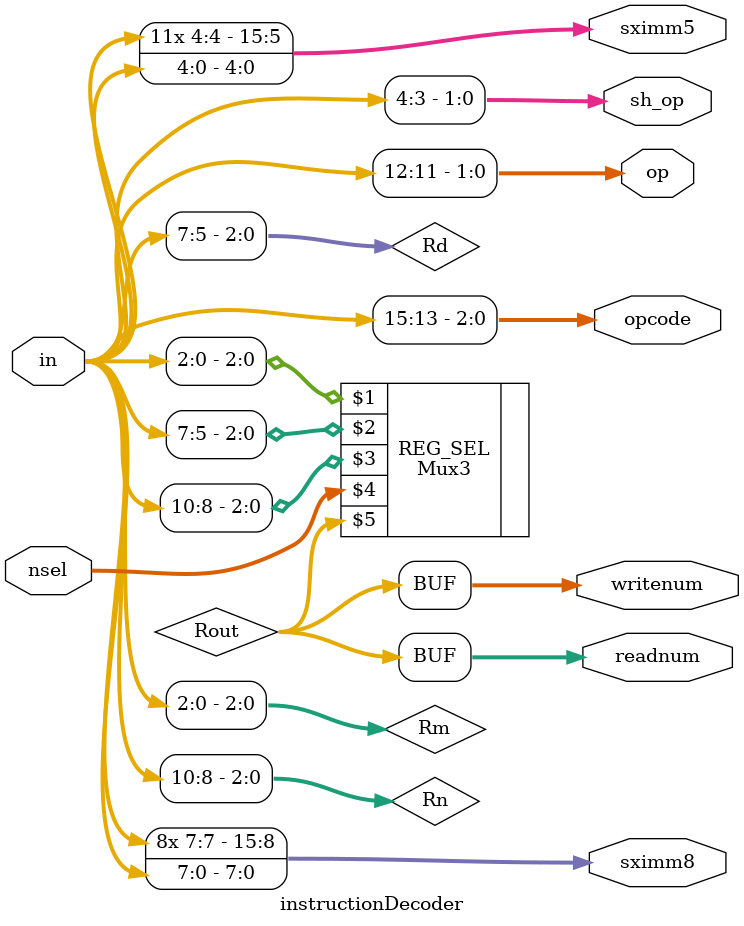
<source format=v>
module instructionDecoder(in, nsel, opcode, op, sh_op, sximm5, sximm8, readnum, writenum);
  input [15:0] in;
  input [2:0] nsel;
  output [2:0] opcode;
  output [1:0] op, sh_op;
  output [15:0] sximm5, sximm8;
  output [2:0] readnum, writenum;

  wire [2:0] Rout, Rn, Rd, Rm;

  assign opcode = in[15:13]; // extract opcode from in
  assign op = in[12:11];     // extract op from in

  assign sh_op = in[4:3]; // extract shift op from in

  assign Rn = in[10:8]; // extract Rn from in
  assign Rd = in[7:5];  // extract Rd from in
  assign Rm = in[2:0];  // extract Rm from in

  assign sximm5 = {{11{in[4]}}, in[4:0]}; // 5-bit sign extension
  assign sximm8 = {{8{in[7]}}, in[7:0]};  // 8-bit sign extension

  Mux3 #(3) REG_SEL(Rm, Rd, Rn, nsel, Rout); // mux for selecting register based on nsel

  assign readnum = Rout;  // tie readnum to output of register select mux
  assign writenum = Rout; // tie writenum to output of register select mux
endmodule

</source>
